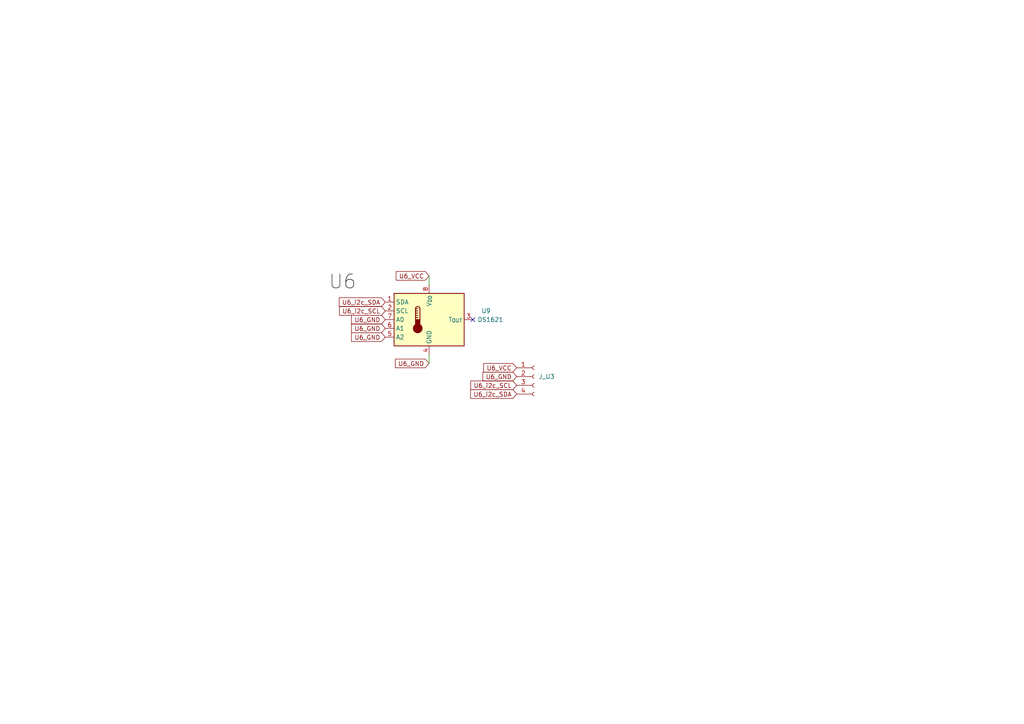
<source format=kicad_sch>
(kicad_sch (version 20230121) (generator eeschema)
  (paper "A4")
  (lib_symbols
    (symbol "Connector:Conn_01x04_Socket" (pin_names (offset 1.016) hide)
      (property "Reference" "J" (at 0 5.08 0))
      (property "Value" "Conn_01x04_Socket" (at 0 -7.62 0))
      (symbol "Conn_01x04_Socket_1_1"
        (arc (start 0 -4.572) (mid -0.5058 -5.08) (end 0 -5.588) (stroke (width 0.1524)))
        (arc (start 0 -2.032) (mid -0.5058 -2.54) (end 0 -3.048) (stroke (width 0.1524)))
        (polyline (pts (xy -1.27 -5.08) (xy -0.508 -5.08)) (stroke (width 0.1524)))
        (polyline (pts (xy -1.27 -2.54) (xy -0.508 -2.54)) (stroke (width 0.1524)))
        (polyline (pts (xy -1.27 0) (xy -0.508 0)) (stroke (width 0.1524)))
        (polyline (pts (xy -1.27 2.54) (xy -0.508 2.54)) (stroke (width 0.1524)))
        (arc (start 0 0.508) (mid -0.5058 0) (end 0 -0.508) (stroke (width 0.1524)))
        (arc (start 0 3.048) (mid -0.5058 2.54) (end 0 2.032) (stroke (width 0.1524)))
        (pin passive line (at -5.08 2.54 0) (length 3.81) (name "Pin_1") (number "1"))
        (pin passive line (at -5.08 0 0) (length 3.81) (name "Pin_2") (number "2"))
        (pin passive line (at -5.08 -2.54 0) (length 3.81) (name "Pin_3") (number "3"))
        (pin passive line (at -5.08 -5.08 0) (length 3.81) (name "Pin_4") (number "4"))
      )
    )
    (symbol "Sensor_Temperature:DS1621"
      (property "Reference" "U" (at -7.62 8.89 0))
      (property "Value" "DS1621" (at 6.35 8.89 0))
      (symbol "DS1621_0_1"
        (rectangle (start -10.16 7.62) (end 10.16 -7.62) (stroke (width 0.254)) (fill (type background)))
        (circle (center -3.302 -2.54) (radius 1.27) (stroke (width 0.254)) (fill (type outline)))
        (rectangle (start -2.667 -1.905) (end -3.937 0) (stroke (width 0.254)) (fill (type outline)))
        (arc (start -2.667 3.175) (mid -3.302 3.8073) (end -3.937 3.175) (stroke (width 0.254)))
        (polyline (pts (xy -3.937 0.635) (xy -3.302 0.635)) (stroke (width 0.254)))
        (polyline (pts (xy -3.937 1.27) (xy -3.302 1.27)) (stroke (width 0.254)))
        (polyline (pts (xy -3.937 1.905) (xy -3.302 1.905)) (stroke (width 0.254)))
        (polyline (pts (xy -3.937 2.54) (xy -3.302 2.54)) (stroke (width 0.254)))
        (polyline (pts (xy -3.937 3.175) (xy -3.937 0)) (stroke (width 0.254)))
        (polyline (pts (xy -3.937 3.175) (xy -3.302 3.175)) (stroke (width 0.254)))
        (polyline (pts (xy -2.667 3.175) (xy -2.667 0)) (stroke (width 0.254)))
      )
      (symbol "DS1621_1_1"
        (pin bidirectional line (at -12.7 5.08 0) (length 2.54) (name "SDA") (number "1"))
        (pin input line (at -12.7 2.54 0) (length 2.54) (name "SCL") (number "2"))
        (pin output line (at 12.7 0 180) (length 2.54) (name "T_{OUT}") (number "3"))
        (pin power_in line (at 0 -10.16 90) (length 2.54) (name "GND") (number "4"))
        (pin input line (at -12.7 -5.08 0) (length 2.54) (name "A2") (number "5"))
        (pin input line (at -12.7 -2.54 0) (length 2.54) (name "A1") (number "6"))
        (pin input line (at -12.7 0 0) (length 2.54) (name "A0") (number "7"))
        (pin power_in line (at 0 10.16 270) (length 2.54) (name "V_{DD}") (number "8"))
      )
    )
  )
  (no_connect (at 137.16 92.71))
  (wire (pts (xy 124.46 102.87) (xy 124.46 105.41)))
  (wire (pts (xy 124.46 80.01) (xy 124.46 82.55)))
  (label "U6" (at 95.25 85.09 0) (effects (font (size 4 4))))
  (global_label "U6_GND" (shape input) (at 111.76 95.25 180) (property "Intersheetrefs" "${INTERSHEET_REFS}" (effects hide)))
  (global_label "U6_i2c_SCL" (shape input) (at 111.76 90.17 180) (property "Intersheetrefs" "${INTERSHEET_REFS}" (effects hide)))
  (global_label "U6_i2c_SDA" (shape input) (at 149.86 114.3 180) (property "Intersheetrefs" "${INTERSHEET_REFS}" (effects hide)))
  (global_label "U6_i2c_SCL" (shape input) (at 149.86 111.76 180) (property "Intersheetrefs" "${INTERSHEET_REFS}" (effects hide)))
  (global_label "U6_GND" (shape input) (at 111.76 92.71 180) (property "Intersheetrefs" "${INTERSHEET_REFS}" (effects hide)))
  (global_label "U6_i2c_SDA" (shape input) (at 111.76 87.63 180) (property "Intersheetrefs" "${INTERSHEET_REFS}" (effects hide)))
  (global_label "U6_GND" (shape input) (at 124.46 105.41 180) (property "Intersheetrefs" "${INTERSHEET_REFS}" (effects hide)))
  (global_label "U6_VCC" (shape input) (at 124.46 80.01 180) (property "Intersheetrefs" "${INTERSHEET_REFS}" (effects hide)))
  (global_label "U6_GND" (shape input) (at 149.86 109.22 180) (property "Intersheetrefs" "${INTERSHEET_REFS}" (effects hide)))
  (global_label "U6_VCC" (shape input) (at 149.86 106.68 180) (property "Intersheetrefs" "${INTERSHEET_REFS}" (effects hide)))
  (global_label "U6_GND" (shape input) (at 111.76 97.79 180) (property "Intersheetrefs" "${INTERSHEET_REFS}" (effects hide)))
  (symbol (lib_id "Sensor_Temperature:DS1621") (at 124.46 92.71 0) (unit 1)
    (property "Reference" "U9" (at 140.97 90.17 0))
    (property "Value" "DS1621" (at 142.24 92.71 0))
    (property "Footprint" "Package_DIP:DIP-8_W7.62mm" (effects hide))
    (property "Datasheet" "https://datasheets.maximintegrated.com/en/ds/DS1621.pdf" (effects hide))
    (instances (project "MaisonEtape1" (path "" (reference "U9") (unit 1)) (path "" (reference "U8") (unit 1))))
  )
  (symbol (lib_id "Connector:Conn_01x04_Socket") (at 154.94 109.22 0) (unit 1)
    (property "Reference" "J_U3" (at 156.21 109.22 0) (effects (justify left)))
    (property "Value" "Conn_01x04_Socket" (effects hide))
    (property "Footprint" "Connector_PinHeader_2.54mm:PinHeader_1x04_P2.54mm_Vertical" (effects hide))
    (instances (project "MaisonEtape1" (path "" (reference "J_U3") (unit 1)) (path "" (reference "J_U6") (unit 1))))
  )
)
</source>
